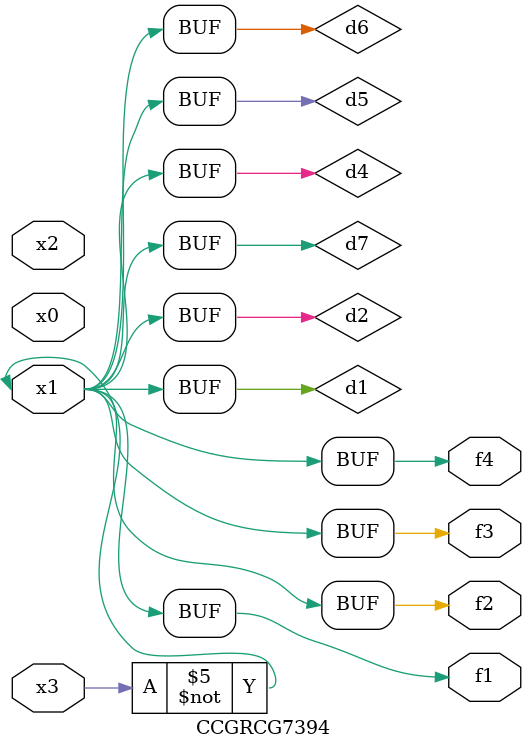
<source format=v>
module CCGRCG7394(
	input x0, x1, x2, x3,
	output f1, f2, f3, f4
);

	wire d1, d2, d3, d4, d5, d6, d7;

	not (d1, x3);
	buf (d2, x1);
	xnor (d3, d1, d2);
	nor (d4, d1);
	buf (d5, d1, d2);
	buf (d6, d4, d5);
	nand (d7, d4);
	assign f1 = d6;
	assign f2 = d7;
	assign f3 = d6;
	assign f4 = d6;
endmodule

</source>
